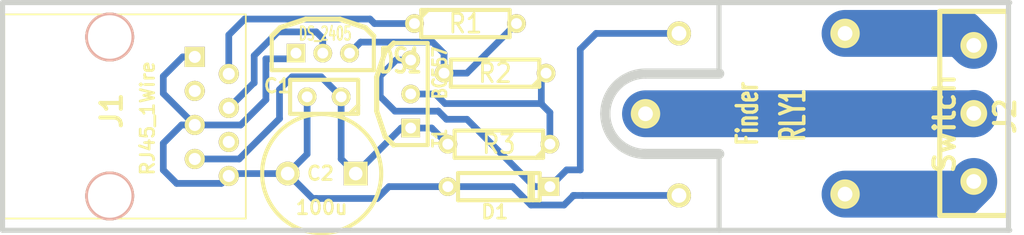
<source format=kicad_pcb>
(kicad_pcb (version 20171130) (host pcbnew "(5.0.1-dev-161-gb2b703363-dirty)+git1-1f19903-1")

  (general
    (thickness 1.6)
    (drawings 6)
    (tracks 100)
    (zones 0)
    (modules 11)
    (nets 11)
  )

  (page A4)
  (title_block
    (date "28 oct 2008")
  )

  (layers
    (0 F.Cu signal)
    (31 B.Cu signal)
    (32 B.Adhes user)
    (33 F.Adhes user)
    (34 B.Paste user)
    (35 F.Paste user)
    (36 B.SilkS user)
    (37 F.SilkS user)
    (38 B.Mask user)
    (39 F.Mask user)
    (40 Dwgs.User user)
    (41 Cmts.User user)
    (42 Eco1.User user)
    (43 Eco2.User user)
    (44 Edge.Cuts user)
    (45 Margin user)
    (46 B.CrtYd user)
    (47 F.CrtYd user)
    (48 B.Fab user)
    (49 F.Fab user)
  )

  (setup
    (last_trace_width 0.50038)
    (trace_clearance 0.24892)
    (zone_clearance 0.381)
    (zone_45_only no)
    (trace_min 0.2)
    (segment_width 0.381)
    (edge_width 0.381)
    (via_size 1.143)
    (via_drill 0.635)
    (via_min_size 0.4)
    (via_min_drill 0.3)
    (uvia_size 0.3)
    (uvia_drill 0.1)
    (uvias_allowed no)
    (uvia_min_size 0.2)
    (uvia_min_drill 0.1)
    (pcb_text_width 0.3048)
    (pcb_text_size 1.524 2.032)
    (mod_edge_width 0.381)
    (mod_text_size 1.524 1.524)
    (mod_text_width 0.3048)
    (pad_size 1.99898 1.99898)
    (pad_drill 1.09982)
    (pad_to_mask_clearance 0.051)
    (solder_mask_min_width 0.25)
    (aux_axis_origin 0 0)
    (visible_elements FFFFFF7F)
    (pcbplotparams
      (layerselection 0x010fc_ffffffff)
      (usegerberextensions false)
      (usegerberattributes false)
      (usegerberadvancedattributes false)
      (creategerberjobfile false)
      (excludeedgelayer true)
      (linewidth 0.100000)
      (plotframeref false)
      (viasonmask false)
      (mode 1)
      (useauxorigin false)
      (hpglpennumber 1)
      (hpglpenspeed 20)
      (hpglpendiameter 15.000000)
      (psnegative false)
      (psa4output false)
      (plotreference true)
      (plotvalue true)
      (plotinvisibletext false)
      (padsonsilk false)
      (subtractmaskfromsilk false)
      (outputformat 1)
      (mirror false)
      (drillshape 1)
      (scaleselection 1)
      (outputdirectory ""))
  )

  (net 0 "")
  (net 1 +12V)
  (net 2 GND)
  (net 3 N-000006)
  (net 4 N-000005)
  (net 5 N-000003)
  (net 6 N-000009)
  (net 7 +5V)
  (net 8 N-000001)
  (net 9 N-000010)
  (net 10 N-000007)

  (net_class Default "This is the default net class."
    (clearance 0.24892)
    (trace_width 0.50038)
    (via_dia 1.143)
    (via_drill 0.635)
    (uvia_dia 0.3)
    (uvia_drill 0.1)
    (add_net +12V)
    (add_net +5V)
    (add_net GND)
    (add_net N-000001)
    (add_net N-000003)
    (add_net N-000005)
    (add_net N-000006)
    (add_net N-000007)
    (add_net N-000009)
    (add_net N-000010)
  )

  (module C1 placed (layer F.Cu) (tedit 475DAB32) (tstamp 474CAF9D)
    (at 40.01008 22.53488 180)
    (descr "Condensateur e = 1 pas")
    (tags C)
    (fp_text reference C1 (at 3.49504 0.81788 180) (layer F.SilkS)
      (effects (font (size 1.016 1.016) (thickness 0.2032)))
    )
    (fp_text value 100n (at -0.08128 1.99644 180) (layer F.SilkS) hide
      (effects (font (size 1.016 1.016) (thickness 0.2032)))
    )
    (fp_line (start -2.4892 -1.27) (end 2.54 -1.27) (layer F.SilkS) (width 0.3048))
    (fp_line (start 2.54 -1.27) (end 2.54 1.27) (layer F.SilkS) (width 0.3048))
    (fp_line (start 2.54 1.27) (end -2.54 1.27) (layer F.SilkS) (width 0.3048))
    (fp_line (start -2.54 1.27) (end -2.54 -1.27) (layer F.SilkS) (width 0.3048))
    (fp_line (start -2.54 -0.635) (end -1.905 -1.27) (layer F.SilkS) (width 0.3048))
    (pad 1 thru_hole circle (at -1.27 0 180) (size 1.397 1.397) (drill 0.8128) (layers *.Cu *.Mask F.SilkS)
      (net 1 +12V))
    (pad 2 thru_hole circle (at 1.27 0 180) (size 1.397 1.397) (drill 0.8128) (layers *.Cu *.Mask F.SilkS)
      (net 2 GND))
    (model discret/capa_1_pas.wrl
      (at (xyz 0 0 0))
      (scale (xyz 1 1 1))
      (rotate (xyz 0 0 0))
    )
  )

  (module C2V8 placed (layer F.Cu) (tedit 475DA90F) (tstamp 474CAF8C)
    (at 39.8272 28.26512 180)
    (descr "Condensateur polarise")
    (tags CP)
    (fp_text reference C2 (at 0.09144 0.01524 180) (layer F.SilkS)
      (effects (font (size 1.016 1.016) (thickness 0.2032)))
    )
    (fp_text value 100u (at 0 -2.54 180) (layer F.SilkS)
      (effects (font (size 1.016 1.016) (thickness 0.2032)))
    )
    (fp_circle (center 0 0) (end -4.445 0) (layer F.SilkS) (width 0.3048))
    (pad 1 thru_hole rect (at -2.54 0 180) (size 1.778 1.778) (drill 1.016) (layers *.Cu *.Mask F.SilkS)
      (net 1 +12V))
    (pad 2 thru_hole circle (at 2.54 0 180) (size 1.778 1.778) (drill 1.016) (layers *.Cu *.Mask F.SilkS)
      (net 2 GND))
    (model discret/c_vert_c2v10.wrl
      (at (xyz 0 0 0))
      (scale (xyz 1 1 1))
      (rotate (xyz 0 0 0))
    )
  )

  (module D3 placed (layer F.Cu) (tedit 475DAA8C) (tstamp 474CAE50)
    (at 53.05552 29.24048)
    (descr "Diode 3 pas")
    (tags "DIODE DEV")
    (fp_text reference D1 (at -0.30734 1.88722) (layer F.SilkS)
      (effects (font (size 1.016 1.016) (thickness 0.2032)))
    )
    (fp_text value 1N4148 (at -0.51054 0.01778) (layer F.SilkS) hide
      (effects (font (size 1.016 0.70104) (thickness 0.18034)))
    )
    (fp_line (start 3.81 0) (end 3.048 0) (layer F.SilkS) (width 0.3048))
    (fp_line (start 3.048 0) (end 3.048 -1.016) (layer F.SilkS) (width 0.3048))
    (fp_line (start 3.048 -1.016) (end -3.048 -1.016) (layer F.SilkS) (width 0.3048))
    (fp_line (start -3.048 -1.016) (end -3.048 0) (layer F.SilkS) (width 0.3048))
    (fp_line (start -3.048 0) (end -3.81 0) (layer F.SilkS) (width 0.3048))
    (fp_line (start -3.048 0) (end -3.048 1.016) (layer F.SilkS) (width 0.3048))
    (fp_line (start -3.048 1.016) (end 3.048 1.016) (layer F.SilkS) (width 0.3048))
    (fp_line (start 3.048 1.016) (end 3.048 0) (layer F.SilkS) (width 0.3048))
    (fp_line (start 2.54 -1.016) (end 2.54 1.016) (layer F.SilkS) (width 0.3048))
    (fp_line (start 2.286 1.016) (end 2.286 -1.016) (layer F.SilkS) (width 0.3048))
    (pad 2 thru_hole rect (at 3.81 0) (size 1.397 1.397) (drill 0.8128) (layers *.Cu *.Mask F.SilkS)
      (net 3 N-000006))
    (pad 1 thru_hole circle (at -3.81 0) (size 1.397 1.397) (drill 0.8128) (layers *.Cu *.Mask F.SilkS)
      (net 2 GND))
    (model discret/diode.wrl
      (at (xyz 0 0 0))
      (scale (xyz 0.3 0.3 0.3))
      (rotate (xyz 0 0 0))
    )
  )

  (module Finder_36.11.9.012 locked placed (layer F.Cu) (tedit 475D8632) (tstamp 474C4861)
    (at 62.60338 15.99946 270)
    (descr "Finder relay")
    (tags FINDER)
    (autoplace_cost90 4)
    (autoplace_cost180 4)
    (fp_text reference RLY1 (at 7.8994 -12.40028 270) (layer F.SilkS)
      (effects (font (size 1.7907 1.07696) (thickness 0.3048)))
    )
    (fp_text value Finder (at 7.80034 -8.99922 270) (layer F.SilkS)
      (effects (font (size 1.524 1.016) (thickness 0.3048)))
    )
    (fp_arc (start 7.80034 -1.39954) (end 7.80034 1.6002) (angle 90) (layer Edge.Cuts) (width 0.762))
    (fp_arc (start 7.80034 -1.39954) (end 10.80008 -1.39954) (angle 90) (layer Edge.Cuts) (width 0.762))
    (fp_line (start 10.80008 -1.40208) (end 10.80008 -6.90372) (layer Edge.Cuts) (width 0.762))
    (fp_line (start 4.8006 -6.90118) (end 4.8006 -1.39954) (layer Edge.Cuts) (width 0.762))
    (fp_line (start 15.40002 -21.5011) (end 15.40002 0) (layer B.Paste) (width 0.381))
    (fp_line (start 15.40002 0) (end 0 0) (layer B.Paste) (width 0.381))
    (fp_line (start 0 0) (end 0 -21.5011) (layer B.Paste) (width 0.381))
    (fp_line (start 0 -21.5011) (end 15.40002 -21.5011) (layer B.Paste) (width 0.381))
    (pad 1 thru_hole circle (at 1.80086 -3.8989 270) (size 1.80086 1.80086) (drill 1.09982) (layers *.Cu *.Mask F.SilkS)
      (net 3 N-000006))
    (pad 2 thru_hole circle (at 13.89888 -3.8989 270) (size 1.80086 1.80086) (drill 1.09982) (layers *.Cu *.Mask F.SilkS)
      (net 2 GND))
    (pad 3 thru_hole circle (at 7.80034 -1.39954 270) (size 2.19964 2.19964) (drill 1.09982) (layers *.Cu *.Mask F.SilkS)
      (net 4 N-000005))
    (pad 4 thru_hole circle (at 1.80086 -16.29918 270) (size 2.19964 2.19964) (drill 1.09982) (layers *.Cu *.Mask F.SilkS)
      (net 5 N-000003))
    (pad 5 thru_hole circle (at 13.79982 -16.29918 270) (size 2.19964 2.19964) (drill 1.09982) (layers *.Cu *.Mask F.SilkS)
      (net 6 N-000009))
    (model discret/to220_vert.wrl
      (at (xyz 0 0 0))
      (scale (xyz 1 1 1))
      (rotate (xyz 0 0 90))
    )
  )

  (module RJ45_8 locked (layer F.Cu) (tedit 475DA909) (tstamp 474CA803)
    (at 24.00046 24.00046 270)
    (tags RJ45)
    (fp_text reference J1 (at -0.42926 -0.1397 270) (layer F.SilkS)
      (effects (font (size 1.524 1.524) (thickness 0.3048)))
    )
    (fp_text value RJ45_1Wire (at 0.1397 -2.82194 270) (layer F.SilkS)
      (effects (font (size 1.00076 1.00076) (thickness 0.2032)))
    )
    (fp_line (start -7.62 7.874) (end 7.62 7.874) (layer F.SilkS) (width 0.127))
    (fp_line (start 7.62 7.874) (end 7.62 -10.16) (layer F.SilkS) (width 0.127))
    (fp_line (start 7.62 -10.16) (end -7.62 -10.16) (layer F.SilkS) (width 0.127))
    (fp_line (start -7.62 -10.16) (end -7.62 7.874) (layer F.SilkS) (width 0.127))
    (pad Hole np_thru_hole circle (at 5.93852 0 270) (size 3.64998 3.64998) (drill 3.2512) (layers *.Cu *.SilkS *.Mask))
    (pad Hole np_thru_hole circle (at -5.9309 0 270) (size 3.64998 3.64998) (drill 3.2512) (layers *.Cu *.SilkS *.Mask))
    (pad 1 thru_hole rect (at -4.445 -6.35 270) (size 1.50114 1.50114) (drill 0.89916) (layers *.Cu *.Mask F.SilkS)
      (net 2 GND))
    (pad 2 thru_hole circle (at -3.175 -8.89 270) (size 1.50114 1.50114) (drill 0.89916) (layers *.Cu *.Mask F.SilkS)
      (net 7 +5V))
    (pad 3 thru_hole circle (at -1.905 -6.35 270) (size 1.50114 1.50114) (drill 0.89916) (layers *.Cu *.Mask F.SilkS))
    (pad 4 thru_hole circle (at -0.635 -8.89 270) (size 1.50114 1.50114) (drill 0.89916) (layers *.Cu *.Mask F.SilkS)
      (net 8 N-000001))
    (pad 5 thru_hole circle (at 0.635 -6.35 270) (size 1.50114 1.50114) (drill 0.89916) (layers *.Cu *.Mask F.SilkS)
      (net 2 GND))
    (pad 6 thru_hole circle (at 1.905 -8.89 270) (size 1.50114 1.50114) (drill 0.89916) (layers *.Cu *.Mask F.SilkS))
    (pad 7 thru_hole circle (at 3.175 -6.35 270) (size 1.50114 1.50114) (drill 0.89916) (layers *.Cu *.Mask F.SilkS)
      (net 1 +12V))
    (pad 8 thru_hole circle (at 4.445 -8.89 270) (size 1.50114 1.50114) (drill 0.89916) (layers *.Cu *.Mask F.SilkS)
      (net 2 GND))
    (model connectors/RJ45_8.wrl
      (at (xyz 0 0 0))
      (scale (xyz 0.4 0.4 0.4))
      (rotate (xyz 0 0 0))
    )
  )

  (module TO92_inline placed (layer F.Cu) (tedit 475DAB1A) (tstamp 474CA0EA)
    (at 46.47184 22.3266 90)
    (descr "Trans inline")
    (tags TRANS)
    (fp_text reference T1 (at -3.29438 2.17424 90) (layer F.SilkS)
      (effects (font (size 1.00076 0.8001) (thickness 0.3048)))
    )
    (fp_text value BC557 (at 1.58242 2.17424 90) (layer F.SilkS)
      (effects (font (size 1.00076 0.8001) (thickness 0.3048)))
    )
    (fp_line (start -3.81 -1.27) (end -3.175 -1.905) (layer F.SilkS) (width 0.381))
    (fp_line (start -3.175 -1.905) (end -1.27 -2.54) (layer F.SilkS) (width 0.381))
    (fp_line (start -1.27 -2.54) (end 1.27 -2.54) (layer F.SilkS) (width 0.381))
    (fp_line (start 1.27 -2.54) (end 3.175 -1.905) (layer F.SilkS) (width 0.381))
    (fp_line (start 3.175 -1.905) (end 3.81 -1.27) (layer F.SilkS) (width 0.381))
    (fp_line (start -3.81 1.27) (end -3.81 -1.27) (layer F.SilkS) (width 0.3048))
    (fp_line (start 3.81 -1.27) (end 3.81 1.27) (layer F.SilkS) (width 0.3048))
    (fp_line (start 3.81 1.27) (end -3.81 1.27) (layer F.SilkS) (width 0.3048))
    (pad 1 thru_hole rect (at -2.54 0 90) (size 1.397 1.397) (drill 0.8128) (layers *.Cu *.Mask F.SilkS)
      (net 1 +12V))
    (pad 2 thru_hole circle (at 0 0 90) (size 1.397 1.397) (drill 0.8128) (layers *.Cu *.Mask F.SilkS)
      (net 9 N-000010))
    (pad 3 thru_hole circle (at 2.54 0 90) (size 1.397 1.397) (drill 0.8128) (layers *.Cu *.Mask F.SilkS)
      (net 3 N-000006))
    (model discret/to220_vert.wrl
      (at (xyz 0 0 0))
      (scale (xyz 1 1 1))
      (rotate (xyz 0 0 90))
    )
  )

  (module TO92_inline_2mm placed (layer F.Cu) (tedit 475DAABB) (tstamp 474CA4EE)
    (at 39.90848 19.27352)
    (descr "Trans inline")
    (tags TRANS)
    (fp_text reference DS1 (at 5.78866 0.57912) (layer F.SilkS)
      (effects (font (size 1.7907 1.07696) (thickness 0.3048)))
    )
    (fp_text value DS_2405 (at 0.18034 -1.45288) (layer F.SilkS)
      (effects (font (size 1.00076 0.59944) (thickness 0.3048)))
    )
    (fp_line (start -3.81 -1.27) (end -3.175 -1.905) (layer F.SilkS) (width 0.381))
    (fp_line (start -3.175 -1.905) (end -1.27 -2.54) (layer F.SilkS) (width 0.381))
    (fp_line (start -1.27 -2.54) (end 1.27 -2.54) (layer F.SilkS) (width 0.381))
    (fp_line (start 1.27 -2.54) (end 3.175 -1.905) (layer F.SilkS) (width 0.381))
    (fp_line (start 3.175 -1.905) (end 3.81 -1.27) (layer F.SilkS) (width 0.381))
    (fp_line (start -3.81 1.27) (end -3.81 -1.27) (layer F.SilkS) (width 0.3048))
    (fp_line (start 3.81 -1.27) (end 3.81 1.27) (layer F.SilkS) (width 0.3048))
    (fp_line (start 3.81 1.27) (end -3.81 1.27) (layer F.SilkS) (width 0.3048))
    (pad 1 thru_hole rect (at -1.99898 0) (size 1.397 1.397) (drill 0.8128) (layers *.Cu *.Mask F.SilkS)
      (net 2 GND))
    (pad 2 thru_hole circle (at 0 0) (size 1.397 1.397) (drill 0.8128) (layers *.Cu *.Mask F.SilkS)
      (net 8 N-000001))
    (pad 3 thru_hole circle (at 1.99898 0) (size 1.397 1.397) (drill 0.8128) (layers *.Cu *.Mask F.SilkS)
      (net 10 N-000007))
    (model discret/to220_vert.wrl
      (at (xyz 0 0 0))
      (scale (xyz 1 1 1))
      (rotate (xyz 0 0 90))
    )
  )

  (module 3pin_r2 (layer F.Cu) (tedit 475DA834) (tstamp 474CB020)
    (at 88.51392 23.7744 270)
    (descr "module 2 pin (trou 6 mm)")
    (tags DEV)
    (fp_text reference J2 (at 0.20574 -2.33172 270) (layer F.SilkS)
      (effects (font (size 1.524 1.524) (thickness 0.3048)))
    )
    (fp_text value Switch (at 0.7747 2.17932 270) (layer F.SilkS)
      (effects (font (size 1.524 1.524) (thickness 0.3048)))
    )
    (fp_line (start -7.62 -2.54) (end 7.62 -2.54) (layer F.SilkS) (width 0.381))
    (fp_line (start 7.62 -2.54) (end 7.62 2.54) (layer F.SilkS) (width 0.381))
    (fp_line (start 7.62 2.54) (end -7.62 2.54) (layer F.SilkS) (width 0.381))
    (fp_line (start -7.62 2.54) (end -7.62 -2.54) (layer F.SilkS) (width 0.381))
    (pad 1 thru_hole circle (at -5.08 0 270) (size 1.99898 1.99898) (drill 1.09982) (layers *.Cu *.Mask F.SilkS)
      (net 5 N-000003))
    (pad 3 thru_hole circle (at 5.08 0 270) (size 1.99898 1.99898) (drill 1.09982) (layers *.Cu *.Mask F.SilkS)
      (net 6 N-000009))
    (pad 2 thru_hole circle (at 0 0 270) (size 1.99898 1.99898) (drill 1.09982) (layers *.Cu *.Mask F.SilkS)
      (net 4 N-000005))
    (model "device/douille_4mm(black).wrl"
      (at (xyz 0 0 0))
      (scale (xyz 1.8 1.8 1.8))
      (rotate (xyz 0 0 0))
    )
    (model "device/douille_4mm(red).wrl"
      (offset (xyz -0.59 0 0))
      (scale (xyz 1.8 1.8 1.8))
      (rotate (xyz 0 0 0))
    )
    (model "device/douille_4mm(green).wrl"
      (offset (xyz 0.59 0 0))
      (scale (xyz 1.8 1.8 1.8))
      (rotate (xyz 0 0 0))
    )
  )

  (module R3 (layer F.Cu) (tedit 200000) (tstamp 474CADA3)
    (at 53.05552 26.07056 180)
    (descr "Resitance 3 pas")
    (tags R)
    (autoplace_cost180 10)
    (fp_text reference R3 (at 0 0 180) (layer F.SilkS)
      (effects (font (size 1.397 1.27) (thickness 0.2032)))
    )
    (fp_text value 470 (at 0 0 180) (layer F.SilkS) hide
      (effects (font (size 1.397 1.27) (thickness 0.2032)))
    )
    (fp_line (start -3.81 0) (end -3.302 0) (layer F.SilkS) (width 0.3048))
    (fp_line (start 3.81 0) (end 3.302 0) (layer F.SilkS) (width 0.3048))
    (fp_line (start 3.302 0) (end 3.302 -1.016) (layer F.SilkS) (width 0.3048))
    (fp_line (start 3.302 -1.016) (end -3.302 -1.016) (layer F.SilkS) (width 0.3048))
    (fp_line (start -3.302 -1.016) (end -3.302 1.016) (layer F.SilkS) (width 0.3048))
    (fp_line (start -3.302 1.016) (end 3.302 1.016) (layer F.SilkS) (width 0.3048))
    (fp_line (start 3.302 1.016) (end 3.302 0) (layer F.SilkS) (width 0.3048))
    (fp_line (start -3.302 -0.508) (end -2.794 -1.016) (layer F.SilkS) (width 0.3048))
    (pad 1 thru_hole circle (at -3.81 0 180) (size 1.397 1.397) (drill 0.8128) (layers *.Cu *.Mask F.SilkS)
      (net 9 N-000010))
    (pad 2 thru_hole circle (at 3.81 0 180) (size 1.397 1.397) (drill 0.8128) (layers *.Cu *.Mask F.SilkS)
      (net 1 +12V))
    (model discret/resistor.wrl
      (at (xyz 0 0 0))
      (scale (xyz 0.3 0.3 0.3))
      (rotate (xyz 0 0 0))
    )
  )

  (module R3 (layer F.Cu) (tedit 200000) (tstamp 474CAC49)
    (at 52.77104 20.76704 180)
    (descr "Resitance 3 pas")
    (tags R)
    (autoplace_cost180 10)
    (fp_text reference R2 (at 0 0 180) (layer F.SilkS)
      (effects (font (size 1.397 1.27) (thickness 0.2032)))
    )
    (fp_text value 5.6k (at 0 0 180) (layer F.SilkS) hide
      (effects (font (size 1.397 1.27) (thickness 0.2032)))
    )
    (fp_line (start -3.81 0) (end -3.302 0) (layer F.SilkS) (width 0.3048))
    (fp_line (start 3.81 0) (end 3.302 0) (layer F.SilkS) (width 0.3048))
    (fp_line (start 3.302 0) (end 3.302 -1.016) (layer F.SilkS) (width 0.3048))
    (fp_line (start 3.302 -1.016) (end -3.302 -1.016) (layer F.SilkS) (width 0.3048))
    (fp_line (start -3.302 -1.016) (end -3.302 1.016) (layer F.SilkS) (width 0.3048))
    (fp_line (start -3.302 1.016) (end 3.302 1.016) (layer F.SilkS) (width 0.3048))
    (fp_line (start 3.302 1.016) (end 3.302 0) (layer F.SilkS) (width 0.3048))
    (fp_line (start -3.302 -0.508) (end -2.794 -1.016) (layer F.SilkS) (width 0.3048))
    (pad 1 thru_hole circle (at -3.81 0 180) (size 1.397 1.397) (drill 0.8128) (layers *.Cu *.Mask F.SilkS)
      (net 9 N-000010))
    (pad 2 thru_hole circle (at 3.81 0 180) (size 1.397 1.397) (drill 0.8128) (layers *.Cu *.Mask F.SilkS)
      (net 10 N-000007))
    (model discret/resistor.wrl
      (at (xyz 0 0 0))
      (scale (xyz 0.3 0.3 0.3))
      (rotate (xyz 0 0 0))
    )
  )

  (module R3 (layer F.Cu) (tedit 200000) (tstamp 474CACCA)
    (at 50.56124 17.06372)
    (descr "Resitance 3 pas")
    (tags R)
    (autoplace_cost180 10)
    (fp_text reference R1 (at 0 0) (layer F.SilkS)
      (effects (font (size 1.397 1.27) (thickness 0.2032)))
    )
    (fp_text value 10k (at 0 0) (layer F.SilkS) hide
      (effects (font (size 1.397 1.27) (thickness 0.2032)))
    )
    (fp_line (start -3.81 0) (end -3.302 0) (layer F.SilkS) (width 0.3048))
    (fp_line (start 3.81 0) (end 3.302 0) (layer F.SilkS) (width 0.3048))
    (fp_line (start 3.302 0) (end 3.302 -1.016) (layer F.SilkS) (width 0.3048))
    (fp_line (start 3.302 -1.016) (end -3.302 -1.016) (layer F.SilkS) (width 0.3048))
    (fp_line (start -3.302 -1.016) (end -3.302 1.016) (layer F.SilkS) (width 0.3048))
    (fp_line (start -3.302 1.016) (end 3.302 1.016) (layer F.SilkS) (width 0.3048))
    (fp_line (start 3.302 1.016) (end 3.302 0) (layer F.SilkS) (width 0.3048))
    (fp_line (start -3.302 -0.508) (end -2.794 -1.016) (layer F.SilkS) (width 0.3048))
    (pad 1 thru_hole circle (at -3.81 0) (size 1.397 1.397) (drill 0.8128) (layers *.Cu *.Mask F.SilkS)
      (net 7 +5V))
    (pad 2 thru_hole circle (at 3.81 0) (size 1.397 1.397) (drill 0.8128) (layers *.Cu *.Mask F.SilkS)
      (net 10 N-000007))
    (model discret/resistor.wrl
      (at (xyz 0 0 0))
      (scale (xyz 0.3 0.3 0.3))
      (rotate (xyz 0 0 0))
    )
  )

  (gr_line (start 69.49948 26.797) (end 69.49948 32.50184) (angle 90) (layer Edge.Cuts) (width 0.381))
  (gr_line (start 69.48932 20.79498) (end 69.48932 15.49654) (angle 90) (layer Edge.Cuts) (width 0.381))
  (gr_line (start 91.10472 15.49908) (end 91.10472 32.4993) (angle 90) (layer Edge.Cuts) (width 0.381))
  (gr_line (start 15.99946 32.49676) (end 15.99946 15.49908) (angle 90) (layer Edge.Cuts) (width 0.381))
  (gr_line (start 91.2 32.4993) (end 15.99946 32.4993) (angle 90) (layer Edge.Cuts) (width 0.381))
  (gr_line (start 15.99946 15.49908) (end 91.2 15.49908) (angle 90) (layer Edge.Cuts) (width 0.381) (tstamp 5BABA8AD))

  (segment (start 30.35046 27.17546) (end 33.66262 27.17546) (width 0.50038) (layer B.Cu) (net 1) (status 800))
  (segment (start 33.66262 27.17546) (end 36.6776 24.16048) (width 0.50038) (layer B.Cu) (net 1))
  (segment (start 36.6776 24.16048) (end 36.66236 24.17572) (width 0.50038) (layer B.Cu) (net 1))
  (segment (start 46.47184 24.8666) (end 48.04156 24.8666) (width 0.50038) (layer B.Cu) (net 1) (status 800))
  (segment (start 48.04156 24.8666) (end 49.24552 26.07056) (width 0.50038) (layer B.Cu) (net 1) (status 400))
  (segment (start 36.6776 24.16048) (end 36.6776 21.98624) (width 0.50038) (layer B.Cu) (net 1))
  (segment (start 39.78656 21.04136) (end 41.28008 22.53488) (width 0.50038) (layer B.Cu) (net 1) (status 400))
  (segment (start 37.62248 21.04136) (end 39.78656 21.04136) (width 0.50038) (layer B.Cu) (net 1))
  (segment (start 36.6776 21.98624) (end 37.62248 21.04136) (width 0.50038) (layer B.Cu) (net 1))
  (segment (start 41.28008 22.53488) (end 41.28008 27.178) (width 0.50038) (layer B.Cu) (net 1) (status 800))
  (segment (start 41.28008 27.178) (end 42.3672 28.26512) (width 0.50038) (layer B.Cu) (net 1) (status 400))
  (segment (start 46.47184 24.8666) (end 45.76572 24.8666) (width 0.50038) (layer B.Cu) (net 1) (status 800))
  (segment (start 45.76572 24.8666) (end 42.3672 28.26512) (width 0.50038) (layer B.Cu) (net 1) (status 400))
  (segment (start 30.35046 19.55546) (end 29.44622 19.55546) (width 0.50038) (layer B.Cu) (net 2) (status 800))
  (segment (start 28.00096 22.28596) (end 30.35046 24.63546) (width 0.50038) (layer B.Cu) (net 2) (status 400))
  (segment (start 28.00096 21.00072) (end 28.00096 22.28596) (width 0.50038) (layer B.Cu) (net 2))
  (segment (start 29.44622 19.55546) (end 28.00096 21.00072) (width 0.50038) (layer B.Cu) (net 2))
  (segment (start 30.35046 24.63546) (end 29.36494 24.63546) (width 0.50038) (layer B.Cu) (net 2) (status 800))
  (segment (start 29.36494 24.63546) (end 28.00096 25.99944) (width 0.50038) (layer B.Cu) (net 2))
  (segment (start 28.00096 25.99944) (end 28.00096 28.00096) (width 0.50038) (layer B.Cu) (net 2))
  (segment (start 28.00096 28.00096) (end 28.99918 28.99918) (width 0.50038) (layer B.Cu) (net 2))
  (segment (start 28.99918 28.99918) (end 32.33674 28.99918) (width 0.50038) (layer B.Cu) (net 2))
  (segment (start 32.33674 28.99918) (end 32.89046 28.44546) (width 0.50038) (layer B.Cu) (net 2) (status 400))
  (segment (start 30.353 24.638) (end 30.35046 24.63546) (width 0.50038) (layer B.Cu) (net 2) (status 400))
  (segment (start 33.77692 24.638) (end 30.353 24.638) (width 0.50038) (layer B.Cu) (net 2))
  (segment (start 35.6616 22.75332) (end 33.77692 24.638) (width 0.50038) (layer B.Cu) (net 2))
  (segment (start 35.6616 19.69516) (end 35.6616 19.70024) (width 0.50038) (layer B.Cu) (net 2))
  (segment (start 35.6616 19.70024) (end 35.6616 22.75332) (width 0.50038) (layer B.Cu) (net 2))
  (segment (start 58.60034 29.89834) (end 58.7248 29.89834) (width 0.50038) (layer B.Cu) (net 2))
  (segment (start 58.7248 29.89834) (end 59.309 29.89834) (width 0.50038) (layer B.Cu) (net 2))
  (segment (start 59.309 29.89834) (end 66.50228 29.89834) (width 0.50038) (layer B.Cu) (net 2) (status 400))
  (segment (start 58.7248 29.89834) (end 58.6359 29.89834) (width 0.50038) (layer B.Cu) (net 2))
  (segment (start 54.08168 29.24048) (end 49.24552 29.24048) (width 0.50038) (layer B.Cu) (net 2) (status 400))
  (segment (start 55.45328 30.61208) (end 54.08168 29.24048) (width 0.50038) (layer B.Cu) (net 2))
  (segment (start 57.92216 30.61208) (end 55.45328 30.61208) (width 0.50038) (layer B.Cu) (net 2))
  (segment (start 58.6359 29.89834) (end 57.92216 30.61208) (width 0.50038) (layer B.Cu) (net 2))
  (segment (start 49.24552 29.24048) (end 44.84624 29.24048) (width 0.50038) (layer B.Cu) (net 2) (status 800))
  (segment (start 43.96232 30.1244) (end 39.39032 30.1244) (width 0.50038) (layer B.Cu) (net 2))
  (segment (start 39.39032 30.1244) (end 39.45128 30.1244) (width 0.50038) (layer B.Cu) (net 2))
  (segment (start 44.84624 29.24048) (end 43.96232 30.1244) (width 0.50038) (layer B.Cu) (net 2))
  (segment (start 39.39032 30.1244) (end 39.14648 30.1244) (width 0.50038) (layer B.Cu) (net 2))
  (segment (start 39.14648 30.1244) (end 37.2872 28.26512) (width 0.50038) (layer B.Cu) (net 2) (status 400))
  (segment (start 37.2872 28.26512) (end 33.0708 28.26512) (width 0.50038) (layer B.Cu) (net 2) (status 800))
  (segment (start 33.0708 28.26512) (end 32.89046 28.44546) (width 0.50038) (layer B.Cu) (net 2) (status 400))
  (segment (start 38.74008 22.53488) (end 38.74008 26.81224) (width 0.50038) (layer B.Cu) (net 2) (status 800))
  (segment (start 38.74008 26.81224) (end 37.2872 28.26512) (width 0.50038) (layer B.Cu) (net 2) (status 400))
  (segment (start 35.6616 19.70024) (end 37.48278 19.70024) (width 0.50038) (layer B.Cu) (net 2))
  (segment (start 37.48278 19.70024) (end 37.9095 19.27352) (width 0.50038) (layer B.Cu) (net 2) (status 400))
  (segment (start 46.47184 19.7866) (end 45.38472 19.7866) (width 0.50038) (layer B.Cu) (net 3) (status 800))
  (segment (start 45.38472 19.7866) (end 44.196 20.97532) (width 0.50038) (layer B.Cu) (net 3))
  (segment (start 44.196 20.97532) (end 44.196 22.5044) (width 0.50038) (layer B.Cu) (net 3))
  (segment (start 44.196 22.5044) (end 45.29836 23.60676) (width 0.50038) (layer B.Cu) (net 3))
  (segment (start 45.29836 23.60676) (end 48.53432 23.60676) (width 0.50038) (layer B.Cu) (net 3))
  (segment (start 48.53432 23.60676) (end 48.4886 23.60676) (width 0.50038) (layer B.Cu) (net 3))
  (segment (start 66.50228 17.80032) (end 60.31484 17.80032) (width 0.50038) (layer B.Cu) (net 3) (status 800))
  (segment (start 59.1312 18.98396) (end 59.1312 27.9908) (width 0.50038) (layer B.Cu) (net 3))
  (segment (start 59.1312 27.9908) (end 59.1312 27.9908) (width 0.50038) (layer B.Cu) (net 3))
  (segment (start 60.31484 17.80032) (end 59.1312 18.98396) (width 0.50038) (layer B.Cu) (net 3))
  (segment (start 59.1312 27.9908) (end 58.1152 27.9908) (width 0.50038) (layer B.Cu) (net 3))
  (segment (start 58.1152 27.9908) (end 56.86552 29.24048) (width 0.50038) (layer B.Cu) (net 3) (status 400))
  (segment (start 56.86552 29.24048) (end 55.69712 29.24048) (width 0.50038) (layer B.Cu) (net 3) (status 800))
  (segment (start 48.53432 23.60168) (end 48.53432 23.60676) (width 0.50038) (layer B.Cu) (net 3))
  (segment (start 49.14392 24.21128) (end 48.53432 23.60168) (width 0.50038) (layer B.Cu) (net 3))
  (segment (start 50.66792 24.21128) (end 49.14392 24.21128) (width 0.50038) (layer B.Cu) (net 3))
  (segment (start 55.69712 29.24048) (end 50.66792 24.21128) (width 0.50038) (layer B.Cu) (net 3))
  (segment (start 64.00292 23.7998) (end 88.48852 23.7998) (width 3.50012) (layer B.Cu) (net 4) (status 800))
  (segment (start 88.48852 23.7998) (end 88.51392 23.7744) (width 3.50012) (layer B.Cu) (net 4) (status 400))
  (segment (start 78.90256 17.80032) (end 87.61984 17.80032) (width 3.50012) (layer B.Cu) (net 5) (status 800))
  (segment (start 87.61984 17.80032) (end 88.51392 18.6944) (width 3.50012) (layer B.Cu) (net 5) (status 400))
  (segment (start 78.90256 29.79928) (end 87.56904 29.79928) (width 3.50012) (layer B.Cu) (net 6) (status 800))
  (segment (start 87.56904 29.79928) (end 88.51392 28.8544) (width 3.50012) (layer B.Cu) (net 6) (status 400))
  (segment (start 46.75124 17.06372) (end 43.76928 17.06372) (width 0.50038) (layer B.Cu) (net 7) (status 800))
  (segment (start 32.89046 17.91462) (end 32.89046 20.82546) (width 0.50038) (layer B.Cu) (net 7) (status 400))
  (segment (start 34.07664 16.72844) (end 32.89046 17.91462) (width 0.50038) (layer B.Cu) (net 7))
  (segment (start 43.434 16.72844) (end 34.07664 16.72844) (width 0.50038) (layer B.Cu) (net 7))
  (segment (start 43.76928 17.06372) (end 43.434 16.72844) (width 0.50038) (layer B.Cu) (net 7))
  (segment (start 34.7726 21.48332) (end 34.78784 21.46808) (width 0.50038) (layer B.Cu) (net 8))
  (segment (start 34.78784 21.46808) (end 32.89046 23.36546) (width 0.50038) (layer B.Cu) (net 8) (status 400))
  (segment (start 39.90848 19.27352) (end 39.90848 18.17624) (width 0.50038) (layer B.Cu) (net 8) (status 800))
  (segment (start 34.78784 21.49856) (end 34.78784 21.46808) (width 0.50038) (layer B.Cu) (net 8))
  (segment (start 34.78784 19.4564) (end 34.78784 21.49856) (width 0.50038) (layer B.Cu) (net 8))
  (segment (start 36.55568 17.68856) (end 34.78784 19.4564) (width 0.50038) (layer B.Cu) (net 8))
  (segment (start 39.4208 17.68856) (end 36.55568 17.68856) (width 0.50038) (layer B.Cu) (net 8))
  (segment (start 39.90848 18.17624) (end 39.4208 17.68856) (width 0.50038) (layer B.Cu) (net 8))
  (segment (start 46.47184 22.3266) (end 48.32096 22.3266) (width 0.50038) (layer B.Cu) (net 9) (status 800))
  (segment (start 56.14924 23.0378) (end 56.22544 22.9616) (width 0.50038) (layer B.Cu) (net 9))
  (segment (start 56.22544 22.9616) (end 56.1848 23.00224) (width 0.50038) (layer B.Cu) (net 9))
  (segment (start 49.03216 23.0378) (end 56.14924 23.0378) (width 0.50038) (layer B.Cu) (net 9))
  (segment (start 48.32096 22.3266) (end 49.03216 23.0378) (width 0.50038) (layer B.Cu) (net 9))
  (segment (start 56.86552 26.07056) (end 56.86552 23.70328) (width 0.50038) (layer B.Cu) (net 9) (status 800))
  (segment (start 56.1848 23.02256) (end 56.1848 23.00224) (width 0.50038) (layer B.Cu) (net 9))
  (segment (start 56.86552 23.70328) (end 56.1848 23.02256) (width 0.50038) (layer B.Cu) (net 9))
  (segment (start 56.22544 22.9616) (end 56.22544 21.12264) (width 0.50038) (layer B.Cu) (net 9) (status 400))
  (segment (start 56.22544 21.12264) (end 56.58104 20.76704) (width 0.50038) (layer B.Cu) (net 9) (status C00))
  (segment (start 48.96104 20.76704) (end 50.66792 20.76704) (width 0.50038) (layer B.Cu) (net 10) (status 800))
  (segment (start 50.66792 20.76704) (end 54.37124 17.06372) (width 0.50038) (layer B.Cu) (net 10) (status 400))
  (segment (start 48.96104 20.76704) (end 48.96104 19.304) (width 0.50038) (layer B.Cu) (net 10) (status 800))
  (segment (start 42.73042 18.45056) (end 41.90746 19.27352) (width 0.50038) (layer B.Cu) (net 10) (status 400))
  (segment (start 48.1076 18.45056) (end 42.73042 18.45056) (width 0.50038) (layer B.Cu) (net 10))
  (segment (start 48.96104 19.304) (end 48.1076 18.45056) (width 0.50038) (layer B.Cu) (net 10))

)

</source>
